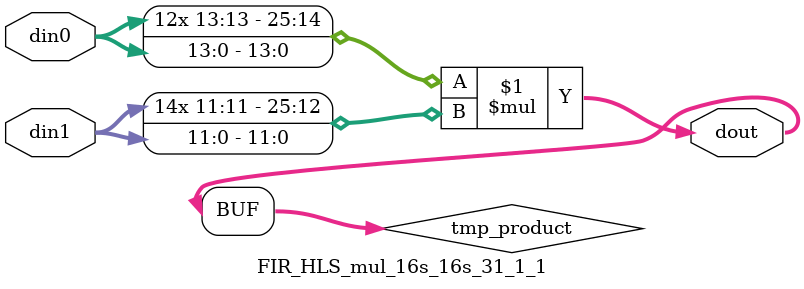
<source format=v>

`timescale 1 ns / 1 ps

 module FIR_HLS_mul_16s_16s_31_1_1(din0, din1, dout);
parameter ID = 1;
parameter NUM_STAGE = 0;
parameter din0_WIDTH = 14;
parameter din1_WIDTH = 12;
parameter dout_WIDTH = 26;

input [din0_WIDTH - 1 : 0] din0; 
input [din1_WIDTH - 1 : 0] din1; 
output [dout_WIDTH - 1 : 0] dout;

wire signed [dout_WIDTH - 1 : 0] tmp_product;



























assign tmp_product = $signed(din0) * $signed(din1);








assign dout = tmp_product;





















endmodule

</source>
